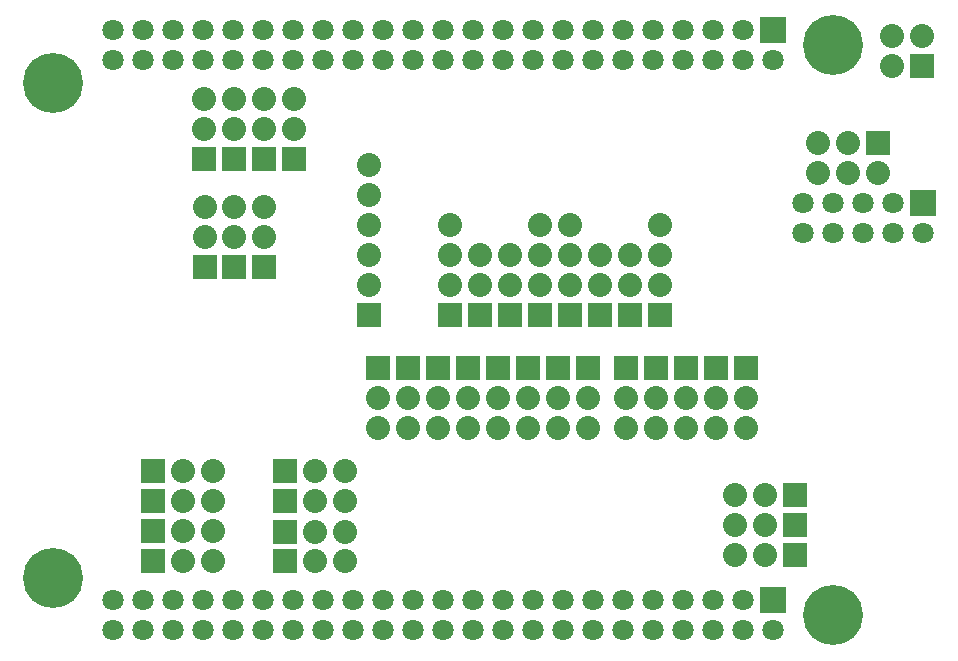
<source format=gbs>
G04 (created by PCBNEW (2013-05-31 BZR 4019)-stable) date 6/28/2014 1:42:31 PM*
%MOIN*%
G04 Gerber Fmt 3.4, Leading zero omitted, Abs format*
%FSLAX34Y34*%
G01*
G70*
G90*
G04 APERTURE LIST*
%ADD10C,0.00590551*%
%ADD11R,0.08X0.08*%
%ADD12C,0.08*%
%ADD13C,0.2*%
%ADD14R,0.085X0.085*%
%ADD15C,0.0712*%
G04 APERTURE END LIST*
G54D10*
G54D11*
X19500Y-10250D03*
G54D12*
X19500Y-9250D03*
X19500Y-8250D03*
X19500Y-7250D03*
G54D11*
X15500Y-10250D03*
G54D12*
X15500Y-9250D03*
X15500Y-8250D03*
X15500Y-7250D03*
G54D11*
X22500Y-10250D03*
G54D12*
X22500Y-9250D03*
X22500Y-8250D03*
X22500Y-7250D03*
G54D11*
X18500Y-10250D03*
G54D12*
X18500Y-9250D03*
X18500Y-8250D03*
X18500Y-7250D03*
G54D11*
X29750Y-4500D03*
G54D12*
X29750Y-5500D03*
X28750Y-4500D03*
X28750Y-5500D03*
X27750Y-4500D03*
X27750Y-5500D03*
G54D11*
X10000Y-16450D03*
G54D12*
X11000Y-16450D03*
X12000Y-16450D03*
G54D11*
X10000Y-17460D03*
G54D12*
X11000Y-17460D03*
X12000Y-17460D03*
G54D11*
X10000Y-18450D03*
G54D12*
X11000Y-18450D03*
X12000Y-18450D03*
G54D11*
X5600Y-16450D03*
G54D12*
X6600Y-16450D03*
X7600Y-16450D03*
G54D11*
X5600Y-18450D03*
G54D12*
X6600Y-18450D03*
X7600Y-18450D03*
G54D11*
X21500Y-10250D03*
G54D12*
X21500Y-9250D03*
X21500Y-8250D03*
G54D11*
X24350Y-12000D03*
G54D12*
X24350Y-13000D03*
X24350Y-14000D03*
G54D11*
X25350Y-12000D03*
G54D12*
X25350Y-13000D03*
X25350Y-14000D03*
G54D11*
X27000Y-18250D03*
G54D12*
X26000Y-18250D03*
X25000Y-18250D03*
G54D11*
X27000Y-17250D03*
G54D12*
X26000Y-17250D03*
X25000Y-17250D03*
G54D11*
X27000Y-16250D03*
G54D12*
X26000Y-16250D03*
X25000Y-16250D03*
G54D11*
X13100Y-12000D03*
G54D12*
X13100Y-13000D03*
X13100Y-14000D03*
G54D11*
X14100Y-12010D03*
G54D12*
X14100Y-13010D03*
X14100Y-14010D03*
G54D11*
X15100Y-12000D03*
G54D12*
X15100Y-13000D03*
X15100Y-14000D03*
G54D11*
X16100Y-12000D03*
G54D12*
X16100Y-13000D03*
X16100Y-14000D03*
G54D11*
X17100Y-12010D03*
G54D12*
X17100Y-13010D03*
X17100Y-14010D03*
G54D11*
X18100Y-12000D03*
G54D12*
X18100Y-13000D03*
X18100Y-14000D03*
G54D11*
X19100Y-12010D03*
G54D12*
X19100Y-13010D03*
X19100Y-14010D03*
G54D11*
X20100Y-12010D03*
G54D12*
X20100Y-13010D03*
X20100Y-14010D03*
G54D11*
X5600Y-17450D03*
G54D12*
X6600Y-17450D03*
X7600Y-17450D03*
G54D11*
X7300Y-5050D03*
G54D12*
X7300Y-4050D03*
X7300Y-3050D03*
G54D11*
X9300Y-5050D03*
G54D12*
X9300Y-4050D03*
X9300Y-3050D03*
G54D11*
X7310Y-8650D03*
G54D12*
X7310Y-7650D03*
X7310Y-6650D03*
G54D11*
X8300Y-8650D03*
G54D12*
X8300Y-7650D03*
X8300Y-6650D03*
G54D11*
X10300Y-5050D03*
G54D12*
X10300Y-4050D03*
X10300Y-3050D03*
G54D11*
X9300Y-8650D03*
G54D12*
X9300Y-7650D03*
X9300Y-6650D03*
G54D11*
X16500Y-10250D03*
G54D12*
X16500Y-9250D03*
X16500Y-8250D03*
G54D11*
X17500Y-10250D03*
G54D12*
X17500Y-9250D03*
X17500Y-8250D03*
G54D11*
X20500Y-10250D03*
G54D12*
X20500Y-9250D03*
X20500Y-8250D03*
G54D11*
X21350Y-12000D03*
G54D12*
X21350Y-13000D03*
X21350Y-14000D03*
G54D11*
X22350Y-12000D03*
G54D12*
X22350Y-13000D03*
X22350Y-14000D03*
G54D11*
X23350Y-12000D03*
G54D12*
X23350Y-13000D03*
X23350Y-14000D03*
G54D11*
X10000Y-15450D03*
G54D12*
X11000Y-15450D03*
X12000Y-15450D03*
G54D11*
X8300Y-5050D03*
G54D12*
X8300Y-4050D03*
X8300Y-3050D03*
G54D11*
X5600Y-15450D03*
G54D12*
X6600Y-15450D03*
X7600Y-15450D03*
G54D11*
X31220Y-1930D03*
G54D12*
X30220Y-1930D03*
X31220Y-930D03*
X30220Y-930D03*
G54D11*
X12800Y-10250D03*
G54D12*
X12800Y-9250D03*
X12800Y-8250D03*
X12800Y-7250D03*
X12800Y-6250D03*
X12800Y-5250D03*
G54D13*
X2250Y-2500D03*
X28250Y-1250D03*
X28250Y-20250D03*
X2250Y-19000D03*
G54D14*
X26250Y-750D03*
G54D15*
X26250Y-1750D03*
X25250Y-750D03*
X25250Y-1750D03*
X24250Y-750D03*
X24250Y-1750D03*
X23250Y-750D03*
X23250Y-1750D03*
X22250Y-750D03*
X22250Y-1750D03*
X21250Y-750D03*
X21250Y-1750D03*
X20250Y-750D03*
X20250Y-1750D03*
X19250Y-750D03*
X19250Y-1750D03*
X18250Y-750D03*
X18250Y-1750D03*
X17250Y-750D03*
X17250Y-1750D03*
X16250Y-750D03*
X16250Y-1750D03*
X15250Y-750D03*
X15250Y-1750D03*
X14250Y-750D03*
X14250Y-1750D03*
X13250Y-750D03*
X13250Y-1750D03*
X12250Y-750D03*
X12250Y-1750D03*
X11250Y-750D03*
X11250Y-1750D03*
X10250Y-750D03*
X10250Y-1750D03*
X9250Y-750D03*
X9250Y-1750D03*
X8250Y-750D03*
X8250Y-1750D03*
X7250Y-750D03*
X7250Y-1750D03*
X6250Y-750D03*
X6250Y-1750D03*
X5250Y-750D03*
X5250Y-1750D03*
X4250Y-750D03*
X4250Y-1750D03*
G54D14*
X26250Y-19750D03*
G54D15*
X26250Y-20750D03*
X25250Y-19750D03*
X25250Y-20750D03*
X24250Y-19750D03*
X24250Y-20750D03*
X23250Y-19750D03*
X23250Y-20750D03*
X22250Y-19750D03*
X22250Y-20750D03*
X21250Y-19750D03*
X21250Y-20750D03*
X20250Y-19750D03*
X20250Y-20750D03*
X19250Y-19750D03*
X19250Y-20750D03*
X18250Y-19750D03*
X18250Y-20750D03*
X17250Y-19750D03*
X17250Y-20750D03*
X16250Y-19750D03*
X16250Y-20750D03*
X15250Y-19750D03*
X15250Y-20750D03*
X14250Y-19750D03*
X14250Y-20750D03*
X13250Y-19750D03*
X13250Y-20750D03*
X12250Y-19750D03*
X12250Y-20750D03*
X11250Y-19750D03*
X11250Y-20750D03*
X10250Y-19750D03*
X10250Y-20750D03*
X9250Y-19750D03*
X9250Y-20750D03*
X8250Y-19750D03*
X8250Y-20750D03*
X7250Y-19750D03*
X7250Y-20750D03*
X6250Y-19750D03*
X6250Y-20750D03*
X5250Y-19750D03*
X5250Y-20750D03*
X4250Y-19750D03*
X4250Y-20750D03*
G54D14*
X31250Y-6500D03*
G54D15*
X31250Y-7500D03*
X30250Y-6500D03*
X30250Y-7500D03*
X29250Y-6500D03*
X29250Y-7500D03*
X28250Y-6500D03*
X28250Y-7500D03*
X27250Y-6500D03*
X27250Y-7500D03*
M02*

</source>
